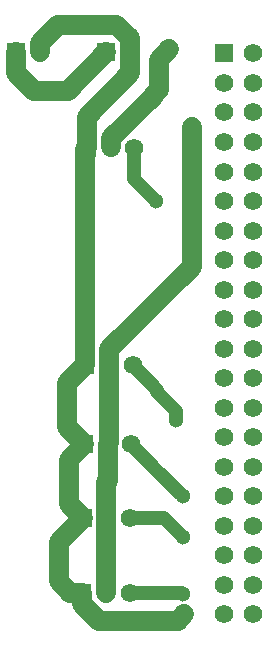
<source format=gbr>
G04*
G04 #@! TF.GenerationSoftware,Altium Limited,Altium Designer,24.5.2 (23)*
G04*
G04 Layer_Physical_Order=2*
G04 Layer_Color=16711680*
%FSLAX44Y44*%
%MOMM*%
G71*
G04*
G04 #@! TF.SameCoordinates,B971CA3B-A222-4AFF-BBFA-218D2BC303AB*
G04*
G04*
G04 #@! TF.FilePolarity,Positive*
G04*
G01*
G75*
%ADD10C,1.7000*%
%ADD11C,1.2000*%
%ADD13R,1.5750X1.5750*%
%ADD14C,1.5750*%
%ADD15R,1.5750X1.5750*%
%ADD16C,1.3000*%
D10*
X746640Y641350D02*
X751840Y646550D01*
X679498Y641350D02*
X746640D01*
X665800Y655048D02*
X679498Y641350D01*
X687070Y790551D02*
X687880Y791361D01*
Y857210D02*
X688340Y857670D01*
X687880Y791361D02*
Y857210D01*
X652780Y804841D02*
X667070Y790551D01*
X652780Y842110D02*
X668340Y857670D01*
X652780Y804841D02*
Y842110D01*
X654050Y777531D02*
X667070Y790551D01*
X730250Y1116330D02*
X739140Y1125220D01*
X730250Y1090930D02*
Y1116330D01*
X726440Y1087120D02*
X730250Y1090930D01*
X726440Y1085850D02*
Y1087120D01*
X690328Y1049737D02*
X726440Y1085850D01*
X758190Y941070D02*
Y1059180D01*
X688531Y871411D02*
X758190Y941070D01*
X688531Y857861D02*
Y871411D01*
X685991Y664821D02*
Y758741D01*
X687070Y759819D02*
Y790551D01*
X685991Y758741D02*
X687070Y759819D01*
X655538Y664630D02*
X665800D01*
X645580Y674588D02*
Y707597D01*
X665991Y728009D01*
X645580Y674588D02*
X655538Y664630D01*
X665800Y655048D02*
Y664630D01*
X654050Y739950D02*
X665991Y728009D01*
X654050Y739950D02*
Y777531D01*
X669290Y1042140D02*
Y1068070D01*
X706120Y1104900D01*
X668340Y1040550D02*
X669610Y1041820D01*
X668340Y1011320D02*
Y1040550D01*
Y857670D02*
Y1011320D01*
X690328Y1042538D02*
Y1049737D01*
X706120Y1104900D02*
Y1122680D01*
X694623Y1145540D02*
X705660Y1134503D01*
X645160Y1145540D02*
X694623D01*
X629920Y1130300D02*
X645160Y1145540D01*
X629920Y1122680D02*
Y1130300D01*
X624756Y1089744D02*
X653184D01*
X609920Y1104580D02*
Y1122680D01*
Y1104580D02*
X624756Y1089744D01*
X653184D02*
X686120Y1122680D01*
X705660Y1122422D02*
Y1134503D01*
D11*
X750150Y664630D02*
X750570Y664210D01*
X705800Y664630D02*
X750150D01*
X669290Y1042140D02*
X669610Y1041820D01*
X709610Y1015050D02*
X727710Y996950D01*
X709610Y1015050D02*
Y1041820D01*
X689610D02*
X690328Y1042538D01*
X668340Y1011320D02*
X669610Y1012590D01*
X688340Y857670D02*
X688531Y857861D01*
X728491Y768839D02*
Y769130D01*
X707070Y790551D02*
X728491Y769130D01*
Y768839D02*
X750780Y746550D01*
X734910Y728130D02*
X750570Y712470D01*
X724969Y728130D02*
X734910D01*
X724848Y728009D02*
X724969Y728130D01*
X705991Y728009D02*
X724848D01*
X729062Y835258D02*
Y836948D01*
X708340Y857670D02*
X729062Y836948D01*
Y835258D02*
X745267Y819053D01*
Y811543D02*
Y819053D01*
X809542Y1122268D02*
X810260Y1121550D01*
D13*
X668340Y857670D02*
D03*
X667070Y790551D02*
D03*
X665991Y728009D02*
D03*
X665800Y664630D02*
D03*
X669610Y1041820D02*
D03*
X686120Y1122680D02*
D03*
X609920D02*
D03*
D14*
X688340Y857670D02*
D03*
X708340D02*
D03*
X687070Y790551D02*
D03*
X707070D02*
D03*
X685991Y728009D02*
D03*
X705991D02*
D03*
X685800Y664630D02*
D03*
X705800D02*
D03*
X689610Y1041820D02*
D03*
X709610D02*
D03*
X706120Y1122680D02*
D03*
X629920D02*
D03*
X810260Y1121550D02*
D03*
X785260Y1096550D02*
D03*
X810260D02*
D03*
X785260Y1071550D02*
D03*
X810260D02*
D03*
X785260Y1046550D02*
D03*
X810260D02*
D03*
X785260Y1021550D02*
D03*
X810260D02*
D03*
X785260Y996550D02*
D03*
X810260D02*
D03*
X785260Y971550D02*
D03*
X810260D02*
D03*
X785260Y946550D02*
D03*
X810260D02*
D03*
X785260Y921550D02*
D03*
X810260D02*
D03*
X785260Y896550D02*
D03*
X810260D02*
D03*
X785260Y871550D02*
D03*
X810260D02*
D03*
X785260Y846550D02*
D03*
X810260D02*
D03*
X785260Y821550D02*
D03*
X810260D02*
D03*
X785260Y796550D02*
D03*
X810260D02*
D03*
X785260Y771550D02*
D03*
X810260D02*
D03*
X785260Y746550D02*
D03*
X810260D02*
D03*
X785260Y721550D02*
D03*
X810260D02*
D03*
X785260Y696550D02*
D03*
X810260D02*
D03*
X785260Y671550D02*
D03*
X810260D02*
D03*
X785260Y646550D02*
D03*
X810260D02*
D03*
D15*
X785260Y1121550D02*
D03*
D16*
X739140Y1125220D02*
D03*
X758190Y1059180D02*
D03*
X750570Y664210D02*
D03*
X727710Y996950D02*
D03*
X750780Y746550D02*
D03*
X750570Y712470D02*
D03*
X751840Y646550D02*
D03*
X745267Y811543D02*
D03*
M02*

</source>
